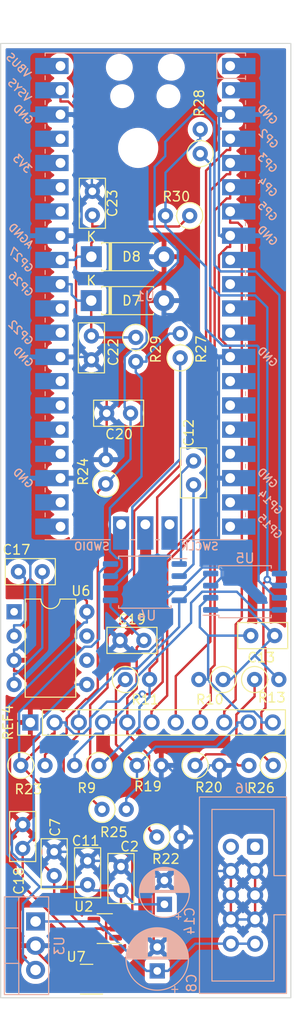
<source format=kicad_pcb>
(kicad_pcb (version 20211014) (generator pcbnew)
  (layers (0 "F.Cu" signal) (31 "B.Cu" signal) (34 "B.Paste" user) (35 "F.Paste" user) (36 "B.SilkS" user "B.Silkscreen") (37 "F.SilkS" user "F.Silkscreen") (38 "B.Mask" user) (39 "F.Mask" user) (44 "Edge.Cuts" user))
  (net 0 "")
  (net 1 "Net-(C12-Pad1)")
  (net 2 "Net-(C13-Pad1)")
  (net 3 "GND")
  (net 4 "GPIO2")
  (net 5 "GPIO3")
  (net 6 "GPIO4")
  (net 7 "GPIO5")
  (net 8 "-3V3")
  (net 9 "-5V")
  (net 10 "+3V3")
  (net 13 "SG_OUT")
  (net 14 "Net-(C20-Pad2)")
  (net 15 "Net-(C12-Pad2)")
  (net 16 "Net-(C13-Pad2)")
  (net 17 "Net-(R11-Pad1)")
  (net 18 "Net-(R13-Pad1)")
  (net 19 "Net-(C19-Pad2)")
  (net 20 "Net-(R25-Pad1)")
  (net 21 "Net-(R26-Pad1)")
  (net 22 "Net-(R27-Pad2)")
  (net 23 "Net-(R28-Pad2)")
  (net 24 "ADC0")
  (net 25 "ADC1")
  (net 26 "+12V")
  (net 27 "+5V")
  (net 30 "Net-(C17-Pad1)")
  (net 31 "Net-(C17-Pad2)")
  (footprint "Capacitor_THT:C_Disc_D5.0mm_W2.5mm_P2.50mm" (layer "F.Cu") (at 167.1 93.4 90)
    (fp_text reference "C22")
    (fp_text value "200p")
  )
  (footprint "Package_TO_SOT_SMD:SOT-23-5" (layer "F.Cu") (at 168.5 153 180)
    (fp_text reference "U2")
    (fp_text value "XC6201")
  )
  (footprint "MountingHole:MountingHole_3.2mm_M3" (layer "F.Cu") (at 172 71.2)
    (fp_text reference "REF2")
    (fp_text value "MountingHole_3.2mm_M3")
  )
  (footprint "Capacitor_THT:C_Disc_D5.0mm_W2.5mm_P2.50mm" (layer "F.Cu") (at 170.1 122.8)
    (fp_text reference "C19")
    (fp_text value "0.1uF")
  )
  (footprint "Capacitor_THT:C_Disc_D5.0mm_W2.5mm_P2.50mm" (layer "F.Cu") (at 170.2 149 90)
    (fp_text reference "C2")
    (fp_text value "10uF")
  )
  (footprint "Diode_THT:D_DO-41_SOD81_P7.62mm_Horizontal" (layer "F.Cu") (at 167.08 87.2)
    (fp_text reference "D7")
    (fp_text value "D_Schottky")
  )
  (footprint "Resistor_THT:R_Axial_DIN0207_L6.3mm_D2.5mm_P2.54mm_Vertical" (layer "F.Cu") (at 173.955 143.4)
    (fp_text reference "R22")
    (fp_text value "1k")
  )
  (footprint "Resistor_THT:R_Axial_DIN0207_L6.3mm_D2.5mm_P2.54mm_Vertical" (layer "F.Cu") (at 171.75 91.055 -90)
    (fp_text reference "R29")
    (fp_text value "2.7k")
  )
  (footprint "Resistor_THT:R_Axial_DIN0207_L6.3mm_D2.5mm_P2.54mm_Vertical" (layer "F.Cu") (at 178.5 71.8 90)
    (fp_text reference "R28")
    (fp_text value "220k")
  )
  (footprint "Connector_PinHeader_2.54mm:PinHeader_1x11_P2.54mm_Vertical" (layer "F.Cu") (at 160.7 131.4 90)
    (fp_text reference "REF4")
    (fp_text value "PinHeader_1x11_P2.54mm_Vertical")
  )
  (footprint "Capacitor_THT:C_Disc_D5.0mm_W2.5mm_P2.50mm" (layer "F.Cu") (at 177.8 106.5 90)
    (fp_text reference "C12")
    (fp_text value "200p")
  )
  (footprint "Capacitor_THT:C_Disc_D5.0mm_W2.5mm_P2.50mm" (layer "F.Cu") (at 183.8 122.3)
    (fp_text reference "C13")
    (fp_text value "200p")
  )
  (footprint "Resistor_THT:R_Axial_DIN0207_L6.3mm_D2.5mm_P2.54mm_Vertical" (layer "F.Cu") (at 180.9 126.9 180)
    (fp_text reference "R10")
    (fp_text value "100k")
  )
  (footprint "Capacitor_THT:C_Disc_D5.0mm_W2.5mm_P2.50mm" (layer "F.Cu") (at 168.7 99)
    (fp_text reference "C20")
    (fp_text value "0.1uF")
  )
  (footprint "Resistor_THT:R_Axial_DIN0207_L6.3mm_D2.5mm_P2.54mm_Vertical" (layer "F.Cu") (at 171.8775 135.9)
    (fp_text reference "R19")
    (fp_text value "220k")
  )
  (footprint "Capacitor_THT:C_Disc_D5.0mm_W2.5mm_P2.50mm" (layer "F.Cu") (at 159.9 144.6 90)
    (fp_text reference "C18")
    (fp_text value "10uF")
  )
  (footprint "Resistor_THT:R_Axial_DIN0207_L6.3mm_D2.5mm_P2.54mm_Vertical" (layer "F.Cu") (at 184.2 126.9)
    (fp_text reference "R13")
    (fp_text value "2.7k")
  )
  (footprint "Capacitor_THT:C_Disc_D5.0mm_W2.5mm_P2.50mm" (layer "F.Cu") (at 163.2 147.45 90)
    (fp_text reference "C7")
    (fp_text value "10uF")
  )
  (footprint "Capacitor_THT:C_Disc_D5.0mm_W2.5mm_P2.50mm" (layer "F.Cu") (at 167.2 75.75 -90)
    (fp_text reference "C23")
    (fp_text value "200p")
  )
  (footprint "Package_DIP:DIP-8_W7.62mm" (layer "F.Cu") (at 159 119.8)
    (fp_text reference "U6")
    (fp_text value "ICL7660")
  )
  (footprint "Package_TO_SOT_SMD:SOT-23" (layer "F.Cu") (at 166.6 158.3 180)
    (fp_text reference "U7")
    (fp_text value "XC6902")
  )
  (footprint "Capacitor_THT:C_Disc_D5.0mm_W2.5mm_P2.50mm" (layer "F.Cu") (at 166.7 148.4 90)
    (fp_text reference "C11")
    (fp_text value "10uF")
  )
  (footprint "Capacitor_THT:C_Disc_D5.0mm_W2.5mm_P2.50mm" (layer "F.Cu") (at 159.45 115.6)
    (fp_text reference "C17")
    (fp_text value "10uF")
  )
  (footprint "Resistor_THT:R_Axial_DIN0207_L6.3mm_D2.5mm_P2.54mm_Vertical" (layer "F.Cu") (at 168.6 106.4 90)
    (fp_text reference "R24")
    (fp_text value "1k")
  )
  (footprint "Diode_THT:D_DO-41_SOD81_P7.62mm_Horizontal" (layer "F.Cu") (at 167.09 82.6)
    (fp_text reference "D8")
    (fp_text value "D_Schottky")
  )
  (footprint "Resistor_THT:R_Axial_DIN0207_L6.3mm_D2.5mm_P2.54mm_Vertical" (layer "F.Cu") (at 176.4 93.2 90)
    (fp_text reference "R27")
    (fp_text value "220k")
  )
  (footprint "Resistor_THT:R_Axial_DIN0207_L6.3mm_D2.5mm_P2.54mm_Vertical" (layer "F.Cu") (at 170.655 126.9)
    (fp_text reference "R11")
    (fp_text value "2.7k")
  )
  (footprint "Resistor_THT:R_Axial_DIN0207_L6.3mm_D2.5mm_P2.54mm_Vertical" (layer "F.Cu") (at 159.7 135.9)
    (fp_text reference "R23")
    (fp_text value "15k")
  )
  (footprint "Resistor_THT:R_Axial_DIN0207_L6.3mm_D2.5mm_P2.54mm_Vertical" (layer "F.Cu") (at 177.4 78.3 180)
    (fp_text reference "R30")
    (fp_text value "2.7k")
  )
  (footprint "Resistor_THT:R_Axial_DIN0207_L6.3mm_D2.5mm_P2.54mm_Vertical" (layer "F.Cu") (at 177.9663 135.9)
    (fp_text reference "R20")
    (fp_text value "220k")
  )
  (footprint "Resistor_THT:R_Axial_DIN0207_L6.3mm_D2.5mm_P2.54mm_Vertical" (layer "F.Cu") (at 168.21 140.5)
    (fp_text reference "R25")
    (fp_text value "30k")
  )
  (footprint "Resistor_THT:R_Axial_DIN0207_L6.3mm_D2.5mm_P2.54mm_Vertical" (layer "F.Cu") (at 167.8788 135.9 180)
    (fp_text reference "R9")
    (fp_text value "100k")
  )
  (footprint "Resistor_THT:R_Axial_DIN0207_L6.3mm_D2.5mm_P2.54mm_Vertical" (layer "F.Cu") (at 186.145 135.9 180)
    (fp_text reference "R26")
    (fp_text value "30k")
  )
  (footprint "Capacitor_THT:CP_Radial_D5.0mm_P2.50mm" (layer "B.Cu") (at 174.75 150.4551 90)
    (fp_text reference "C14")
    (fp_text value "10uF")
  )
  (footprint "Capacitor_THT:CP_Radial_D6.3mm_P2.50mm" (layer "B.Cu") (at 174 157.4324 90)
    (fp_text reference "C8")
    (fp_text value "100uF")
  )
  (footprint "Package_SO:SOP-8_5.28x5.23mm_P1.27mm" (layer "B.Cu") (at 183.2 117.7)
    (fp_text reference "U5")
    (fp_text value "NJM2746M")
  )
  (footprint "Connector_IDC:IDC-Header_2x05_P2.54mm_Vertical" (layer "B.Cu") (at 184.2525 144.42 180)
    (fp_text reference "J6")
    (fp_text value "POWER")
  )
  (footprint "MCU_RaspberryPi_and_Boards:RPi_Pico_SMD_TH" (layer "B.Cu") (at 172.75 86.75 180)
    (fp_text reference "U1")
    (fp_text value "Pico")
  )
  (footprint "Package_SO:SOP-8_5.28x5.23mm_P1.27mm" (layer "B.Cu") (at 172.7 116.7 180)
    (fp_text reference "U4")
    (fp_text value "NJM2746M")
  )
  (footprint "Package_TO_SOT_THT:TO-220-3_Vertical" (layer "B.Cu") (at 161.25 152.25 -90)
    (fp_text reference "U3")
    (fp_text value "LM7805_TO220")
  )
  (gr_line (start 157.6 60.25) (end 157.6 160.25) (layer "Edge.Cuts") (width 0.1))
  (gr_line (start 188 60.25) (end 188 160.25) (layer "Edge.Cuts") (width 0.1))
  (gr_line (start 157.6 60.25) (end 188 60.25) (layer "Edge.Cuts") (width 0.1))
  (gr_line (start 157.6 160.25) (end 188 160.25) (layer "Edge.Cuts") (width 0.1))
  (segment (start 177.8 111.1614) (end 174.5696 114.3918) (width 0.25) (layer "F.Cu") (net 1))
  (segment (start 174.5696 127.1537) (end 173.2941 128.4292) (width 0.25) (layer "F.Cu") (net 1))
  (segment (start 172.4403 128.4292) (end 172.4403 128.4293) (width 0.25) (layer "F.Cu") (net 1))
  (segment (start 177.8 106.5) (end 177.8 111.1614) (width 0.25) (layer "F.Cu") (net 1))
  (segment (start 173.2941 128.4292) (end 172.4403 128.4292) (width 0.25) (layer "F.Cu") (net 1))
  (segment (start 174.5696 114.3918) (end 174.5696 127.1537) (width 0.25) (layer "F.Cu") (net 1))
  (via (at 172.4403 128.4293) (size 0.8) (drill 0.4) (layers "F.Cu" "B.Cu") (net 1))
  (segment (start 176.5533 116.065) (end 176.3 116.065) (width 0.25) (layer "B.Cu") (net 1))
  (segment (start 169.4951 131.4) (end 169.4951 131.0331) (width 0.25) (layer "B.Cu") (net 1))
  (segment (start 172.0989 128.4293) (end 172.4403 128.4293) (width 0.25) (layer "B.Cu") (net 1))
  (segment (start 168.32 131.4) (end 168.32 132.5751) (width 0.25) (layer "B.Cu") (net 1))
  (segment (start 165.3388 135.9) (end 165.3388 134.7749) (width 0.25) (layer "B.Cu") (net 1))
  (segment (start 169.4951 131.0331) (end 172.0989 128.4293) (width 0.25) (layer "B.Cu") (net 1))
  (segment (start 177.8 114.8183) (end 176.5533 116.065) (width 0.25) (layer "B.Cu") (net 1))
  (segment (start 168.32 131.4) (end 169.4951 131.4) (width 0.25) (layer "B.Cu") (net 1))
  (segment (start 168.32 132.5751) (end 167.5386 132.5751) (width 0.25) (layer "B.Cu") (net 1))
  (segment (start 177.8 106.5) (end 177.8 114.8183) (width 0.25) (layer "B.Cu") (net 1))
  (segment (start 167.5386 132.5751) (end 165.3388 134.7749) (width 0.25) (layer "B.Cu") (net 1))
  (segment (start 178.4595 119.2413) (end 178.4595 121.4294) (width 0.25) (layer "B.Cu") (net 2))
  (segment (start 184.9249 131.4) (end 184.9249 131.0327) (width 0.25) (layer "B.Cu") (net 2))
  (segment (start 179.3658 118.335) (end 178.4595 119.2413) (width 0.25) (layer "B.Cu") (net 2))
  (segment (start 184.9249 131.0327) (end 184.1171 130.2249) (width 0.25) (layer "B.Cu") (net 2))
  (segment (start 182.5768 130.2249) (end 179.4851 127.1332) (width 0.25) (layer "B.Cu") (net 2))
  (segment (start 179.3301 122.3) (end 179.3301 126.9) (width 0.25) (layer "B.Cu") (net 2))
  (segment (start 179.3301 126.9) (end 179.4851 126.9) (width 0.25) (layer "B.Cu") (net 2))
  (segment (start 179.6 118.335) (end 179.3658 118.335) (width 0.25) (layer "B.Cu") (net 2))
  (segment (start 178.36 126.9) (end 179.3301 126.9) (width 0.25) (layer "B.Cu") (net 2))
  (segment (start 186.1 131.4) (end 184.9249 131.4) (width 0.25) (layer "B.Cu") (net 2))
  (segment (start 179.3301 122.3) (end 183.8 122.3) (width 0.25) (layer "B.Cu") (net 2))
  (segment (start 178.4595 121.4294) (end 179.3301 122.3) (width 0.25) (layer "B.Cu") (net 2))
  (segment (start 179.4851 127.1332) (end 179.4851 126.9) (width 0.25) (layer "B.Cu") (net 2))
  (segment (start 184.1171 130.2249) (end 182.5768 130.2249) (width 0.25) (layer "B.Cu") (net 2))
  (segment (start 174.75 147.9551) (end 173.6248 149.0803) (width 0.25) (layer "F.Cu") (net 3))
  (segment (start 160.7 127.4238) (end 160.7 131.4) (width 0.25) (layer "F.Cu") (net 3))
  (segment (start 158.5709 140.7709) (end 158.5709 134.7042) (width 0.25) (layer "F.Cu") (net 3))
  (segment (start 161.25 155.298) (end 164.9008 158.9488) (width 0.25) (layer "F.Cu") (net 3))
  (segment (start 168.6 102.7349) (end 168.7 102.6349) (width 0.25) (layer "F.Cu") (net 3))
  (segment (start 160.7 131.4) (end 160.7 132.5751) (width 0.25) (layer "F.Cu") (net 3))
  (segment (start 184.2525 149.5) (end 184.2525 146.96) (width 0.25) (layer "F.Cu") (net 3))
  (segment (start 159 124.88) (end 159 126.0051) (width 0.25) (layer "F.Cu") (net 3))
  (segment (start 173.6248 149.0803) (end 173.6248 154.5572) (width 0.25) (layer "F.Cu") (net 3))
  (segment (start 174.71 82.6) (end 174.71 84.0251) (width 0.25) (layer "F.Cu") (net 3))
  (segment (start 161.25 154.79) (end 161.25 155.298) (width 0.25) (layer "F.Cu") (net 3))
  (segment (start 158.5709 134.7042) (end 160.7 132.5751) (width 0.25) (layer "F.Cu") (net 3))
  (segment (start 168.6422 153) (end 168.6422 148.0578) (width 0.25) (layer "F.Cu") (net 3))
  (segment (start 180.4649 82.4491) (end 181.3389 81.5751) (width 0.25) (layer "F.Cu") (net 3))
  (segment (start 168.7 95) (end 167.1 93.4) (width 0.25) (layer "F.Cu") (net 3))
  (segment (start 173.2749 87.2251) (end 173.2749 87.2) (width 0.25) (layer "F.Cu") (net 3))
  (segment (start 168.6422 156.2453) (end 168.6422 153) (width 0.25) (layer "F.Cu") (net 3))
  (segment (start 184.2525 152.04) (end 184.2525 149.5) (width 0.25) (layer "F.Cu") (net 3))
  (segment (start 159.9 142.1) (end 158.5709 140.7709) (width 0.25) (layer "F.Cu") (net 3))
  (segment (start 159 126.0051) (end 159.2813 126.0051) (width 0.25) (layer "F.Cu") (net 3))
  (segment (start 181.3389 81.5751) (end 181.64 81.5751) (width 0.25) (layer "F.Cu") (net 3))
  (segment (start 168.7 99) (end 168.7 95) (width 0.25) (layer "F.Cu") (net 3))
  (segment (start 181.64 93.1) (end 181.64 91.9249) (width 0.25) (layer "F.Cu") (net 3))
  (segment (start 174.71 84.0251) (end 174.7 84.0351) (width 0.25) (layer "F.Cu") (net 3))
  (segment (start 168.6 103.86) (end 168.6 102.7349) (width 0.25) (layer "F.Cu") (net 3))
  (segment (start 167.5375 157.35) (end 168.6422 156.2453) (width 0.25) (layer "F.Cu") (net 3))
  (segment (start 168.6422 153) (end 169.6375 153) (width 0.25) (layer "F.Cu") (net 3))
  (segment (start 173.6248 154.5572) (end 174 154.9324) (width 0.25) (layer "F.Cu") (net 3))
  (segment (start 168.7 102.6349) (end 168.7 99) (width 0.25) (layer "F.Cu") (net 3))
  (segment (start 167.5375 157.8375) (end 167.5375 157.35) (width 0.25) (layer "F.Cu") (net 3))
  (segment (start 181.7125 149.5) (end 181.7125 146.96) (width 0.25) (layer "F.Cu") (net 3))
  (segment (start 181.64 91.9249) (end 181.3131 91.9249) (width 0.25) (layer "F.Cu") (net 3))
  (segment (start 181.7125 152.04) (end 181.7125 149.5) (width 0.25) (layer "F.Cu") (net 3))
  (segment (start 174.7 87.2) (end 173.2749 87.2) (width 0.25) (layer "F.Cu") (net 3))
  (segment (start 181.64 80.4) (end 181.64 81.5751) (width 0.25) (layer "F.Cu") (net 3))
  (segment (start 180.4649 91.0767) (end 180.4649 82.4491) (width 0.25) (layer "F.Cu") (net 3))
  (segment (start 159.2813 126.0051) (end 160.7 127.4238) (width 0.25) (layer "F.Cu") (net 3))
  (segment (start 167.1 93.4) (end 173.2749 87.2251) (width 0.25) (layer "F.Cu") (net 3))
  (segment (start 174.7 84.0351) (end 174.7 87.2) (width 0.25) (layer "F.Cu") (net 3))
  (segment (start 168.6422 148.0578) (end 170.2 146.5) (width 0.25) (layer "F.Cu") (net 3))
  (segment (start 181.3131 91.9249) (end 180.4649 91.0767) (width 0.25) (layer "F.Cu") (net 3))
  (segment (start 164.9008 158.9488) (end 166.4262 158.9488) (width 0.25) (layer "F.Cu") (net 3))
  (segment (start 166.4262 158.9488) (end 167.5375 157.8375) (width 0.25) (layer "F.Cu") (net 3))
  (segment (start 170.2 146.5) (end 171.2526 147.5526) (width 0.25) (layer "B.Cu") (net 3))
  (segment (start 181.64 80.4) (end 180.4649 80.4) (width 0.25) (layer "B.Cu") (net 3))
  (segment (start 163.2 144.95) (end 165.75 144.95) (width 0.25) (layer "B.Cu") (net 3))
  (segment (start 180.7501 116.196) (end 180.7501 115.447) (width 0.25) (layer "B.Cu") (net 3))
  (segment (start 174.75 147.9551) (end 174.75 147.5526) (width 0.25) (layer "B.Cu") (net 3))
  (segment (start 180.4649 105.8) (end 180.4641 105.8008) (width 0.25) (layer "B.Cu") (net 3))
  (segment (start 163.86 67.7) (end 165.0351 67.7) (width 0.25) (layer "B.Cu") (net 3))
  (segment (start 166.7 145.9) (end 169.6 145.9) (width 0.25) (layer "B.Cu") (net 3))
  (segment (start 180.7501 115.447) (end 180.4641 115.161) (width 0.25) (layer "B.Cu") (net 3))
  (segment (start 159 123.7549) (end 159.2813 123.7549) (width 0.25) (layer "B.Cu") (net 3))
  (segment (start 184.2525 152.04) (end 181.7125 152.04) (width 0.25) (layer "B.Cu") (net 3))
  (segment (start 171.2386 123.9386) (end 170.1 122.8) (width 0.25) (layer "B.Cu") (net 3))
  (segment (start 165.5349 105.8) (end 167.4749 103.86) (width 0.25) (layer "B.Cu") (net 3))
  (segment (start 174.7 87.2) (end 174.7 88.6251) (width 0.25) (layer "B.Cu") (net 3))
  (segment (start 176.3 117.335) (end 176.0363 117.335) (width 0.25) (layer "B.Cu") (net 3))
  (segment (start 159.2813 123.7549) (end 160.7 122.3362) (width 0.25) (layer "B.Cu") (net 3))
  (segment (start 176.0363 117.335) (end 174.5476 118.8237) (width 0.25) (layer "B.Cu") (net 3))
  (segment (start 173.1148 123.9386) (end 171.2386 123.9386) (width 0.25) (layer "B.Cu") (net 3))
  (segment (start 179.6 117.065) (end 179.8811 117.065) (width 0.25) (layer "B.Cu") (net 3))
  (segment (start 167.1476 75.75) (end 167.2 75.75) (width 0.25) (layer "B.Cu") (net 3))
  (segment (start 168.6 103.86) (end 167.4749 103.86) (width 0.25) (layer "B.Cu") (net 3))
  (segment (start 180.4649 93.1) (end 180.4649 105.8) (width 0.25) (layer "B.Cu") (net 3))
  (segment (start 180.4641 115.161) (end 178.7076 115.161) (width 0.25) (layer "B.Cu") (net 3))
  (segment (start 176.495 142.2749) (end 176.495 139.0216) (width 0.25) (layer "B.Cu") (net 3))
  (segment (start 176.5336 117.335) (end 176.3 117.335) (width 0.25) (layer "B.Cu") (net 3))
  (segment (start 180.4649 93.1) (end 175.99 88.6251) (width 0.25) (layer "B.Cu") (net 3))
  (segment (start 163.86 105.8) (end 165.0351 105.8) (width 0.25) (layer "B.Cu") (net 3))
  (segment (start 179.3812 136.1354) (end 179.3812 135.9) (width 0.25) (layer "B.Cu") (net 3))
  (segment (start 180.4641 105.8008) (end 180.4641 115.161) (width 0.25) (layer "B.Cu") (net 3))
  (segment (start 180.5775 93.1) (end 180.4649 93.1) (width 0.25) (layer "B.Cu") (net 3))
  (segment (start 166.0691 80.4) (end 166.0691 76.8285) (width 0.25) (layer "B.Cu") (net 3))
  (segment (start 163.86 80.4) (end 166.0691 80.4) (width 0.25) (layer "B.Cu") (net 3))
  (segment (start 163.86 105.8) (end 160.8849 105.8) (width 0.25) (layer "B.Cu") (net 3))
  (segment (start 174.9801 135.9) (end 177.2984 138.2182) (width 0.25) (layer "B.Cu") (net 3))
  (segment (start 174.5476 122.5058) (end 173.1148 123.9386) (width 0.25) (layer "B.Cu") (net 3))
  (segment (start 174.71 82.6) (end 173.2849 82.6) (width 0.25) (layer "B.Cu") (net 3))
  (segment (start 174.5476 118.8237) (end 174.5476 122.5058) (width 0.25) (layer "B.Cu") (net 3))
  (segment (start 174.4175 135.9) (end 174.9801 135.9) (width 0.25) (layer "B.Cu") (net 3))
  (segment (start 171.2526 147.5526) (end 174.75 147.5526) (width 0.25) (layer "B.Cu") (net 3))
  (segment (start 180.5063 135.9) (end 179.3812 135.9) (width 0.25) (layer "B.Cu") (net 3))
  (segment (start 176.495 139.0216) (end 177.2984 138.2182) (width 0.25) (layer "B.Cu") (net 3))
  (segment (start 158.7716 143.2284) (end 158.7716 145.0631) (width 0.25) (layer "B.Cu") (net 3))
  (segment (start 177.2984 138.2182) (end 179.3812 136.1354) (width 0.25) (layer "B.Cu") (net 3))
  (segment (start 159 124.88) (end 159 123.7549) (width 0.25) (layer "B.Cu") (net 3))
  (segment (start 181.64 93.1) (end 180.5775 93.1) (width 0.25) (layer "B.Cu") (net 3))
  (segment (start 166.8 93.1) (end 167.1 93.4) (width 0.25) (layer "B.Cu") (net 3))
  (segment (start 171.0849 80.4) (end 166.0691 80.4) (width 0.25) (layer "B.Cu") (net 3))
  (segment (start 179.8811 117.065) (end 180.7501 116.196) (width 0.25) (layer "B.Cu") (net 3))
  (segment (start 176.495 145.8076) (end 176.495 143.4) (width 0.25) (layer "B.Cu") (net 3))
  (segment (start 176.495 143.4) (end 176.495 142.2749) (width 0.25) (layer "B.Cu") (net 3))
  (segment (start 174.75 147.5526) (end 176.495 145.8076) (width 0.25) (layer "B.Cu") (net 3))
  (segment (start 181.64 67.7) (end 180.5606 67.7) (width 0.25) (layer "B.Cu") (net 3))
  (segment (start 167.1476 75.75) (end 167.1476 69.8125) (width 0.25) (layer "B.Cu") (net 3))
  (segment (start 173.2849 82.6) (end 171.0849 80.4) (width 0.25) (layer "B.Cu") (net 3))
  (segment (start 180.4649 80.4) (end 180.4649 67.7957) (width 0.25) (layer "B.Cu") (net 3))
  (segment (start 169.6 145.9) (end 170.2 146.5) (width 0.25) (layer "B.Cu") (net 3))
  (segment (start 160.7 122.3362) (end 160.7 105.9849) (width 0.25) (layer "B.Cu") (net 3))
  (segment (start 175.99 88.6251) (end 174.7 88.6251) (width 0.25) (layer "B.Cu") (net 3))
  (segment (start 166.0691 76.8285) (end 167.1476 75.75) (width 0.25) (layer "B.Cu") (net 3))
  (segment (start 167.1476 69.8125) (end 165.0351 67.7) (width 0.25) (layer "B.Cu") (net 3))
  (segment (start 165.75 144.95) (end 166.7 145.9) (width 0.25) (layer "B.Cu") (net 3))
  (segment (start 178.7076 115.161) (end 176.5336 117.335) (width 0.25) (layer "B.Cu") (net 3))
  (segment (start 163.86 93.1) (end 166.8 93.1) (width 0.25) (layer "B.Cu") (net 3))
  (segment (start 181.64 105.8) (end 180.4649 105.8) (width 0.25) (layer "B.Cu") (net 3))
  (segment (start 160.7 105.9849) (end 160.8849 105.8) (width 0.25) (layer "B.Cu") (net 3))
  (segment (start 159.4596 145.7511) (end 162.3989 145.7511) (width 0.25) (layer "B.Cu") (net 3))
  (segment (start 177.6474 146.96) (end 176.495 145.8076) (width 0.25) (layer "B.Cu") (net 3))
  (segment (start 165.0351 105.8) (end 165.5349 105.8) (width 0.25) (layer "B.Cu") (net 3))
  (segment (start 158.7716 145.0631) (end 159.4596 145.7511) (width 0.25) (layer "B.Cu") (net 3))
  (segment (start 159.9 142.1) (end 158.7716 143.2284) (width 0.25) (layer "B.Cu") (net 3))
  (segment (start 180.4649 67.7957) (end 180.5606 67.7) (width 0.25) (layer "B.Cu") (net 3))
  (segment (start 162.3989 145.7511) (end 163.2 144.95) (width 0.25) (layer "B.Cu") (net 3))
  (segment (start 181.7125 146.96) (end 177.6474 146.96) (width 0.25) (layer "B.Cu") (net 3))
  (segment (start 179.1145 110.4836) (end 175.0399 114.5582) (width 0.25) (layer "F.Cu") (net 4))
  (segment (start 181.64 70.24) (end 181.64 71.4151) (width 0.25) (layer "F.Cu") (net 4))
  (segment (start 175.0399 114.5582) (end 175.0399 128.585) (width 0.25) (layer "F.Cu") (net 4))
  (segment (start 181.64 71.4151) (end 181.2763 71.4151) (width 0.25) (layer "F.Cu") (net 4))
  (segment (start 175.0399 128.585) (end 173.4 130.2249) (width 0.25) (layer "F.Cu") (net 4))
  (segment (start 173.4 131.4) (end 173.4 130.2249) (width 0.25) (layer "F.Cu") (net 4))
  (segment (start 181.2763 71.4151) (end 179.1145 73.5769) (width 0.25) (layer "F.Cu") (net 4))
  (segment (start 179.1145 73.5769) (end 179.1145 110.4836) (width 0.25) (layer "F.Cu") (net 4))
  (segment (start 181.2747 73.9551) (end 181.64 73.9551) (width 0.25) (layer "F.Cu") (net 5))
  (segment (start 175.94 126.5483) (end 179.5647 122.9236) (width 0.25) (layer "F.Cu") (net 5))
  (segment (start 179.5647 122.9236) (end 179.5647 75.6651) (width 0.25) (layer "F.Cu") (net 5))
  (segment (start 175.94 131.4) (end 175.94 126.5483) (width 0.25) (layer "F.Cu") (net 5))
  (segment (start 179.5647 75.6651) (end 181.2747 73.9551) (width 0.25) (layer "F.Cu") (net 5))
  (segment (start 181.64 72.78) (end 181.64 73.9551) (width 0.25) (layer "F.Cu") (net 5))
  (segment (start 180.0148 125.39) (end 179.6048 125.8) (width 0.25) (layer "F.Cu") (net 6))
  (segment (start 179.6048 125.8) (end 179.6048 129.1001) (width 0.25) (layer "F.Cu") (net 6))
  (segment (start 181.64 76.4951) (end 181.2747 76.4951) (width 0.25) (layer "F.Cu") (net 6))
  (segment (start 179.6048 129.1001) (end 178.48 130.2249) (width 0.25) (layer "F.Cu") (net 6))
  (segment (start 180.0148 77.755) (end 180.0148 125.39) (width 0.25) (layer "F.Cu") (net 6))
  (segment (start 178.48 131.4) (end 178.48 130.2249) (width 0.25) (layer "F.Cu") (net 6))
  (segment (start 181.2747 76.4951) (end 180.0148 77.755) (width 0.25) (layer "F.Cu") (net 6))
  (segment (start 181.64 75.32) (end 181.64 76.4951) (width 0.25) (layer "F.Cu") (net 6))
  (segment (start 182.8597 79.4469) (end 182.8597 120.4853) (width 0.25) (layer "F.Cu") (net 7))
  (segment (start 182.8597 120.4853) (end 182.216 121.129) (width 0.25) (layer "F.Cu") (net 7))
  (segment (start 181.02 131.4) (end 181.02 130.2249) (width 0.25) (layer "F.Cu") (net 7))
  (segment (start 181.64 77.86) (end 181.64 79.0351) (width 0.25) (layer "F.Cu") (net 7))
  (segment (start 182.4479 79.0351) (end 182.8597 79.4469) (width 0.25) (layer "F.Cu") (net 7))
  (segment (start 182.216 129.0289) (end 181.02 130.2249) (width 0.25) (layer "F.Cu") (net 7))
  (segment (start 182.216 121.129) (end 182.216 129.0289) (width 0.25) (layer "F.Cu") (net 7))
  (segment (start 181.64 79.0351) (end 182.4479 79.0351) (width 0.25) (layer "F.Cu") (net 7))
  (segment (start 171.385 155.4025) (end 167.5375 159.25) (width 0.25) (layer "F.Cu") (net 8))
  (segment (start 165.78 131.4) (end 165.78 132.6443) (width 0.25) (layer "F.Cu") (net 8))
  (segment (start 164.1931 134.2312) (end 164.1931 138.6352) (width 0.25) (layer "F.Cu") (net 8))
  (segment (start 164.1931 138.6352) (end 171.385 145.8271) (width 0.25) (layer "F.Cu") (net 8))
  (segment (start 171.385 145.8271) (end 171.385 155.4025) (width 0.25) (layer "F.Cu") (net 8))
  (segment (start 165.78 132.6443) (end 164.1931 134.2312) (width 0.25) (layer "F.Cu") (net 8))
  (segment (start 179.3823 115.795) (end 179.6 115.795) (width 0.25) (layer "B.Cu") (net 8))
  (segment (start 165.78 130.1511) (end 170.1853 125.7458) (width 0.25) (layer "B.Cu") (net 8))
  (segment (start 170.1853 125.7458) (end 171.9443 125.7458) (width 0.25) (layer "B.Cu") (net 8))
  (segment (start 176.5723 118.605) (end 179.3823 115.795) (width 0.25) (layer "B.Cu") (net 8))
  (segment (start 165.78 131.4) (end 165.78 130.1511) (width 0.25) (layer "B.Cu") (net 8))
  (segment (start 176.3 118.605) (end 176.5723 118.605) (width 0.25) (layer "B.Cu") (net 8))
  (segment (start 176.3 121.3901) (end 176.3 118.605) (width 0.25) (layer "B.Cu") (net 8))
  (segment (start 171.9443 125.7458) (end 176.3 121.3901) (width 0.25) (layer "B.Cu") (net 8))
  (segment (start 165.6625 154.2463) (end 159.9 148.4838) (width 0.25) (layer "F.Cu") (net 9))
  (segment (start 159.9 148.4838) (end 159.9 144.6) (width 0.25) (layer "F.Cu") (net 9))
  (segment (start 165.6625 158.3) (end 165.6625 154.2463) (width 0.25) (layer "F.Cu") (net 9))
  (segment (start 166.62 127.42) (end 165.4949 127.42) (width 0.25) (layer "B.Cu") (net 9))
  (segment (start 161.8751 132.3846) (end 161.8751 131.0398) (width 0.25) (layer "B.Cu") (net 9))
  (segment (start 159.9 144.6) (end 161.0423 143.4577) (width 0.25) (layer "B.Cu") (net 9))
  (segment (start 161.0423 143.4577) (end 161.0423 133.2173) (width 0.25) (layer "B.Cu") (net 9))
  (segment (start 161.0424 133.2173) (end 161.8751 132.3846) (width 0.25) (layer "B.Cu") (net 9))
  (segment (start 161.0423 133.2173) (end 161.0424 133.2173) (width 0.25) (layer "B.Cu") (net 9))
  (segment (start 161.8751 131.0398) (end 165.4949 127.42) (width 0.25) (layer "B.Cu") (net 9))
  (segment (start 161.8252 146.0752) (end 163.2 147.45) (width 0.25) (layer "F.Cu") (net 10))
  (segment (start 161.8252 138.0252) (end 161.8252 146.0752) (width 0.25) (layer "F.Cu") (net 10))
  (segment (start 163.24 131.4) (end 163.24 132.5751) (width 0.25) (layer "F.Cu") (net 10))
  (segment (start 163.2 149.7875) (end 163.2 147.45) (width 0.25) (layer "F.Cu") (net 10))
  (segment (start 159.7 135.9) (end 163.0249 132.5751) (width 0.25) (layer "F.Cu") (net 10))
  (segment (start 163.0249 132.5751) (end 163.24 132.5751) (width 0.25) (layer "F.Cu") (net 10))
  (segment (start 167.3625 153.95) (end 163.2 149.7875) (width 0.25) (layer "F.Cu") (net 10))
  (segment (start 159.7 135.9) (end 161.8252 138.0252) (width 0.25) (layer "F.Cu") (net 10))
  (segment (start 171.925 127.2435) (end 169.9472 129.2213) (width 0.25) (layer "B.Cu") (net 10))
  (segment (start 168.7329 129.2213) (end 166.9968 130.9574) (width 0.25) (layer "B.Cu") (net 10))
  (segment (start 167.9019 122.6509) (end 167.9019 115.7211) (width 0.25) (layer "B.Cu") (net 10))
  (segment (start 184.2417 119.605) (end 182.3367 117.7) (width 0.25) (layer "B.Cu") (net 10))
  (segment (start 163.24 131.4) (end 164.4044 131.4) (width 0.25) (layer "B.Cu") (net 10))
  (segment (start 166.9968 130.9574) (end 166.9968 131.8509) (width 0.25) (layer "B.Cu") (net 10))
  (segment (start 171.925 126.5788) (end 171.925 127.2435) (width 0.25) (layer "B.Cu") (net 10))
  (segment (start 166.3733 123.4652) (end 167.0876 123.4652) (width 0.25) (layer "B.Cu") (net 10))
  (segment (start 166.9968 131.8509) (end 166.2286 132.6191) (width 0.25) (layer "B.Cu") (net 10))
  (segment (start 186.8 119.605) (end 184.2417 119.605) (width 0.25) (layer "B.Cu") (net 10))
  (segment (start 159.5237 130.3148) (end 166.3733 123.4652) (width 0.25) (layer "B.Cu") (net 10))
  (segment (start 167.9019 115.7211) (end 168.828 114.795) (width 0.25) (layer "B.Cu") (net 10))
  (segment (start 168.828 114.795) (end 169.1 114.795) (width 0.25) (layer "B.Cu") (net 10))
  (segment (start 169.9472 129.2213) (end 168.7329 129.2213) (width 0.25) (layer "B.Cu") (net 10))
  (segment (start 165.3092 132.6191) (end 164.4044 131.7143) (width 0.25) (layer "B.Cu") (net 10))
  (segment (start 178.7086 117.7) (end 177.5442 118.8644) (width 0.25) (layer "B.Cu") (net 10))
  (segment (start 166.2286 132.6191) (end 165.3092 132.6191) (width 0.25) (layer "B.Cu") (net 10))
  (segment (start 159.5237 135.7237) (end 159.5237 130.3148) (width 0.25) (layer "B.Cu") (net 10))
  (segment (start 159.7 135.9) (end 159.5237 135.7237) (width 0.25) (layer "B.Cu") (net 10))
  (segment (start 177.5442 120.9596) (end 171.925 126.5788) (width 0.25) (layer "B.Cu") (net 10))
  (segment (start 182.3367 117.7) (end 178.7086 117.7) (width 0.25) (layer "B.Cu") (net 10))
  (segment (start 177.5442 118.8644) (end 177.5442 120.9596) (width 0.25) (layer "B.Cu") (net 10))
  (segment (start 167.0876 123.4652) (end 167.9019 122.6509) (width 0.25) (layer "B.Cu") (net 10))
  (segment (start 164.4044 131.7143) (end 164.4044 131.4) (width 0.25) (layer "B.Cu") (net 10))
  (segment (start 166.5285 128.9498) (end 166.6966 128.9498) (width 0.25) (layer "F.Cu") (net 14))
  (segment (start 162.24 135.9) (end 162.24 134.7749) (width 0.25) (layer "F.Cu") (net 14))
  (segment (start 164.51 130.9683) (end 166.5285 128.9498) (width 0.25) (layer "F.Cu") (net 14))
  (segment (start 167.7691 107.2309) (end 168.6 106.4) (width 0.25) (layer "F.Cu") (net 14))
  (segment (start 162.24 134.7749) (end 164.51 132.5049) (width 0.25) (layer "F.Cu") (net 14))
  (segment (start 164.51 132.5049) (end 164.51 130.9683) (width 0.25) (layer "F.Cu") (net 14))
  (segment (start 167.7691 127.8773) (end 167.7691 107.2309) (width 0.25) (layer "F.Cu") (net 14))
  (segment (start 166.6966 128.9498) (end 167.7691 127.8773) (width 0.25) (layer "F.Cu") (net 14))
  (segment (start 180.6491 84.1423) (end 179.9908 83.484) (width 0.25) (layer "B.Cu") (net 14))
  (segment (start 170.5862 98.3862) (end 171.2 99) (width 0.25) (layer "B.Cu") (net 14))
  (segment (start 176.1584 83.1841) (end 172.8923 86.4502) (width 0.25) (layer "B.Cu") (net 14))
  (segment (start 186.8 86.6314) (end 184.3109 84.1423) (width 0.25) (layer "B.Cu") (net 14))
  (segment (start 176.1584 81.9711) (end 176.1584 83.1841) (width 0.25) (layer "B.Cu") (net 14))
  (segment (start 178.45 66.95) (end 174.840503 70.559497) (width 0.25) (layer "B.Cu") (net 14))
  (segment (start 172.1086 92.325) (end 171.3734 92.325) (width 0.25) (layer "B.Cu") (net 14))
  (segment (start 173.725 79.5377) (end 176.1584 81.9711) (width 0.25) (layer "B.Cu") (net 14))
  (segment (start 170.5862 93.1122) (end 170.5862 98.3862) (width 0.25) (layer "B.Cu") (net 14))
  (segment (start 174.840503 70.559497) (end 174.840503 72.059498) (width 0.25) (layer "B.Cu") (net 14))
  (segment (start 186.8 115.795) (end 186.8 86.6314) (width 0.25) (layer "B.Cu") (net 14))
  (segment (start 179.9908 68.4908) (end 178.45 66.95) (width 0.25) (layer "B.Cu") (net 14))
  (segment (start 172.8923 86.4502) (end 172.8923 91.5413) (width 0.25) (layer "B.Cu") (net 14))
  (segment (start 171.2 99) (end 171.2 103.8) (width 0.25) (layer "B.Cu") (net 14))
  (segment (start 171.3734 92.325) (end 170.5862 93.1122) (width 0.25) (layer "B.Cu") (net 14))
  (segment (start 172.8923 91.5413) (end 172.1086 92.325) (width 0.25) (layer "B.Cu") (net 14))
  (segment (start 173.725 73.175001) (end 173.725 79.5377) (width 0.25) (layer "B.Cu") (net 14))
  (segment (start 171.2 103.8) (end 168.6 106.4) (width 0.25) (layer "B.Cu") (net 14))
  (segment (start 184.3109 84.1423) (end 180.6491 84.1423) (width 0.25) (layer "B.Cu") (net 14))
  (segment (start 179.9908 83.484) (end 179.9908 68.4908) (width 0.25) (layer "B.Cu") (net 14))
  (segment (start 174.840503 72.059498) (end 173.725 73.175001) (width 0.25) (layer "B.Cu") (net 14))
  (segment (start 173.195 126.9) (end 173.195 125.7749) (width 0.25) (layer "F.Cu") (net 15))
  (segment (start 173.9906 107.8094) (end 173.9906 124.9793) (width 0.25) (layer "F.Cu") (net 15))
  (segment (start 177.8 104) (end 173.9906 107.8094) (width 0.25) (layer "F.Cu") (net 15))
  (segment (start 173.9906 124.9793) (end 173.195 125.7749) (width 0.25) (layer "F.Cu") (net 15))
  (segment (start 168.0854 135.9) (end 167.8788 135.9) (width 0.25) (layer "B.Cu") (net 15))
  (segment (start 173.195 126.9) (end 173.195 128.0251) (width 0.25) (layer "B.Cu") (net 15))
  (segment (start 173.195 128.0251) (end 173.195 128.7192) (width 0.25) (layer "B.Cu") (net 15))
  (segment (start 173.195 128.7192) (end 172.13 129.7842) (width 0.25) (layer "B.Cu") (net 15))
  (segment (start 172.13 129.7842) (end 172.13 131.8554) (width 0.25) (layer "B.Cu") (net 15))
  (segment (start 177.8 104) (end 176.4874 105.3126) (width 0.25) (layer "B.Cu") (net 15))
  (segment (start 172.13 131.8554) (end 168.0854 135.9) (width 0.25) (layer "B.Cu") (net 15))
  (segment (start 176.4874 105.3126) (end 176.4874 114.6076) (width 0.25) (layer "B.Cu") (net 15))
  (segment (start 176.4874 114.6076) (end 176.3 114.795) (width 0.25) (layer "B.Cu") (net 15))
  (segment (start 184.22 124.38) (end 186.74 126.9) (width 0.25) (layer "B.Cu") (net 16))
  (segment (start 186.3 122.3) (end 184.22 124.38) (width 0.25) (layer "B.Cu") (net 16))
  (segment (start 181.7 126.9) (end 180.9 126.9) (width 0.25) (layer "B.Cu") (net 16))
  (segment (start 184.22 124.38) (end 181.7 126.9) (width 0.25) (layer "B.Cu") (net 16))
  (segment (start 179.6 119.605) (end 183.605 119.605) (width 0.25) (layer "B.Cu") (net 16))
  (segment (start 183.605 119.605) (end 186.3 122.3) (width 0.25) (layer "B.Cu") (net 16))
  (segment (start 171.8775 135.9) (end 169.6742 133.6967) (width 0.25) (layer "F.Cu") (net 17))
  (segment (start 169.6742 127.8808) (end 170.655 126.9) (width 0.25) (layer "F.Cu") (net 17))
  (segment (start 169.6742 133.6967) (end 169.6742 127.8808) (width 0.25) (layer "F.Cu") (net 17))
  (segment (start 182.3849 131.7652) (end 182.3849 131.4) (width 0.25) (layer "B.Cu") (net 17))
  (segment (start 183.56 131.4) (end 182.3849 131.4) (width 0.25) (layer "B.Cu") (net 17))
  (segment (start 180.2115 133.9386) (end 182.3849 131.7652) (width 0.25) (layer "B.Cu") (net 17))
  (segment (start 170.75 139.3749) (end 171.8775 138.2474) (width 0.25) (layer "B.Cu") (net 17))
  (segment (start 171.8775 135.9) (end 173.8389 133.9386) (width 0.25) (layer "B.Cu") (net 17))
  (segment (start 170.75 140.5) (end 170.75 139.3749) (width 0.25) (layer "B.Cu") (net 17))
  (segment (start 171.8775 138.2474) (end 171.8775 135.9) (width 0.25) (layer "B.Cu") (net 17))
  (segment (start 173.8389 133.9386) (end 180.2115 133.9386) (width 0.25) (layer "B.Cu") (net 17))
  (segment (start 182.29 130.5764) (end 182.29 133.7607) (width 0.25) (layer "F.Cu") (net 18))
  (segment (start 181.3153 134.7354) (end 182.4799 135.9) (width 0.25) (layer "F.Cu") (net 18))
  (segment (start 182.29 133.7607) (end 181.3153 134.7354) (width 0.25) (layer "F.Cu") (net 18))
  (segment (start 183.605 135.9) (end 182.4799 135.9) (width 0.25) (layer "F.Cu") (net 18))
  (segment (start 184.2 128.6664) (end 182.29 130.5764) (width 0.25) (layer "F.Cu") (net 18))
  (segment (start 177.9663 135.9) (end 179.1309 134.7354) (width 0.25) (layer "F.Cu") (net 18))
  (segment (start 179.1309 134.7354) (end 181.3153 134.7354) (width 0.25) (layer "F.Cu") (net 18))
  (segment (start 184.2 126.9) (end 184.2 128.6664) (width 0.25) (layer "F.Cu") (net 18))
  (segment (start 170.86 128.8422) (end 170.86 131.4) (width 0.25) (layer "F.Cu") (net 19))
  (segment (start 173.1475 142.5925) (end 173.955 143.4) (width 0.25) (layer "F.Cu") (net 19))
  (segment (start 171.844 127.8582) (end 170.86 128.8422) (width 0.25) (layer "F.Cu") (net 19))
  (segment (start 170.86 131.4) (end 170.86 132.5751) (width 0.25) (layer "F.Cu") (net 19))
  (segment (start 172.6 122.8) (end 171.844 123.556) (width 0.25) (layer "F.Cu") (net 19))
  (segment (start 170.86 132.5751) (end 173.1475 134.8626) (width 0.25) (layer "F.Cu") (net 19))
  (segment (start 173.1475 134.8626) (end 173.1475 142.5925) (width 0.25) (layer "F.Cu") (net 19))
  (segment (start 171.844 123.556) (end 171.844 127.8582) (width 0.25) (layer "F.Cu") (net 19))
  (segment (start 169.1 119.3) (end 172.6 122.8) (width 0.25) (layer "B.Cu") (net 19))
  (segment (start 169.1 118.605) (end 169.1 119.3) (width 0.25) (layer "B.Cu") (net 19))
  (segment (start 176.4 93.2) (end 176.4 104.4458) (width 0.25) (layer "F.Cu") (net 20))
  (segment (start 166.973 135.0058) (end 166.6998 135.279) (width 0.25) (layer "F.Cu") (net 20))
  (segment (start 166.6998 135.279) (end 166.6998 138.9898) (width 0.25) (layer "F.Cu") (net 20))
  (segment (start 171.5748 119.592) (end 168.7914 122.3754) (width 0.25) (layer "F.Cu") (net 20))
  (segment (start 176.4 104.4458) (end 171.5748 109.271) (width 0.25) (layer "F.Cu") (net 20))
  (segment (start 168.7914 127.7534) (end 166.973 129.5718) (width 0.25) (layer "F.Cu") (net 20))
  (segment (start 171.5748 109.271) (end 171.5748 119.592) (width 0.25) (layer "F.Cu") (net 20))
  (segment (start 168.7914 122.3754) (end 168.7914 127.7534) (width 0.25) (layer "F.Cu") (net 20))
  (segment (start 166.973 129.5718) (end 166.973 135.0058) (width 0.25) (layer "F.Cu") (net 20))
  (segment (start 166.6998 138.9898) (end 168.21 140.5) (width 0.25) (layer "F.Cu") (net 20))
  (segment (start 169.1 117.335) (end 169.3407 117.335) (width 0.25) (layer "B.Cu") (net 20))
  (segment (start 169.3407 117.335) (end 171.3852 115.2905) (width 0.25) (layer "B.Cu") (net 20))
  (segment (start 171.3852 115.2905) (end 171.3852 108.8236) (width 0.25) (layer "B.Cu") (net 20))
  (segment (start 171.3852 108.8236) (end 176.4 103.8088) (width 0.25) (layer "B.Cu") (net 20))
  (segment (start 176.4 103.8088) (end 176.4 93.2) (width 0.25) (layer "B.Cu") (net 20))
  (segment (start 184.9101 134.6651) (end 184.9101 130.3086) (width 0.25) (layer "F.Cu") (net 21))
  (segment (start 184.9101 130.3086) (end 185.3437 129.875) (width 0.25) (layer "F.Cu") (net 21))
  (segment (start 185.3437 129.875) (end 185.3437 123.6143) (width 0.25) (layer "F.Cu") (net 21))
  (segment (start 185.1234 123.394) (end 185.1234 116.8276) (width 0.25) (layer "F.Cu") (net 21))
  (segment (start 185.3437 123.6143) (end 185.1234 123.394) (width 0.25) (layer "F.Cu") (net 21))
  (segment (start 185.1234 116.8276) (end 185.533 116.418) (width 0.25) (layer "F.Cu") (net 21))
  (segment (start 186.145 135.9) (end 184.9101 134.6651) (width 0.25) (layer "F.Cu") (net 21))
  (via (at 185.533 116.418) (size 0.8) (drill 0.4) (layers "F.Cu" "B.Cu") (net 21))
  (segment (start 185.5329 116.418) (end 185.533 116.418) (width 0.25) (layer "B.Cu") (net 21))
  (segment (start 179.5407 72.8407) (end 179.5407 85.6362) (width 0.25) (layer "B.Cu") (net 21))
  (segment (start 185.5329 87.9219) (end 185.5329 116.418) (width 0.25) (layer "B.Cu") (net 21))
  (segment (start 186.18 117.065) (end 185.533 116.418) (width 0.25) (layer "B.Cu") (net 21))
  (segment (start 178.5 71.8) (end 179.5407 72.8407) (width 0.25) (layer "B.Cu") (net 21))
  (segment (start 186.8 117.065) (end 186.18 117.065) (width 0.25) (layer "B.Cu") (net 21))
  (segment (start 179.5407 85.6362) (end 180.5597 86.6552) (width 0.25) (layer "B.Cu") (net 21))
  (segment (start 184.2662 86.6552) (end 185.5329 87.9219) (width 0.25) (layer "B.Cu") (net 21))
  (segment (start 180.5597 86.6552) (end 184.2662 86.6552) (width 0.25) (layer "B.Cu") (net 21))
  (segment (start 169.3528 116.065) (end 170.2727 115.1451) (width 0.25) (layer "B.Cu") (net 22))
  (segment (start 169.1 116.065) (end 169.3528 116.065) (width 0.25) (layer "B.Cu") (net 22))
  (segment (start 172.3502 105.6114) (end 172.3502 95.3203) (width 0.25) (layer "B.Cu") (net 22))
  (segment (start 169.7316 114.1692) (end 169.0348 113.4724) (width 0.25) (layer "B.Cu") (net 22))
  (segment (start 170.2727 114.4779) (end 169.964 114.1692) (width 0.25) (layer "B.Cu") (net 22))
  (segment (start 171.75 93.595) (end 171.75 94.7201) (width 0.25) (layer "B.Cu") (net 22))
  (segment (start 176.4 90.66) (end 175.2749 90.66) (width 0.25) (layer "B.Cu") (net 22))
  (segment (start 171.75 93.595) (end 172.8751 93.595) (width 0.25) (layer "B.Cu") (net 22))
  (segment (start 170.2727 115.1451) (end 170.2727 114.4779) (width 0.25) (layer "B.Cu") (net 22))
  (segment (start 169.0348 108.9268) (end 172.3502 105.6114) (width 0.25) (layer "B.Cu") (net 22))
  (segment (start 175.2749 90.66) (end 172.8751 93.0598) (width 0.25) (layer "B.Cu") (net 22))
  (segment (start 172.3502 95.3203) (end 171.75 94.7201) (width 0.25) (layer "B.Cu") (net 22))
  (segment (start 169.964 114.1692) (end 169.7316 114.1692) (width 0.25) (layer "B.Cu") (net 22))
  (segment (start 172.8751 93.0598) (end 172.8751 93.595) (width 0.25) (layer "B.Cu") (net 22))
  (segment (start 169.0348 113.4724) (end 169.0348 108.9268) (width 0.25) (layer "B.Cu") (net 22))
  (segment (start 174.86 73.7919) (end 178.2668 70.3851) (width 0.25) (layer "B.Cu") (net 23))
  (segment (start 184.6152 92.0475) (end 184.4925 91.9248) (width 0.25) (layer "B.Cu") (net 23))
  (segment (start 184.6152 116.5438) (end 184.6152 92.0475) (width 0.25) (layer "B.Cu") (net 23))
  (segment (start 178.5 69.26) (end 178.5 70.3851) (width 0.25) (layer "B.Cu") (net 23))
  (segment (start 178.2668 70.3851) (end 178.5 70.3851) (width 0.25) (layer "B.Cu") (net 23))
  (segment (start 179.0905 83.6556) (end 174.86 79.4251) (width 0.25) (layer "B.Cu") (net 23))
  (segment (start 180.8437 91.9248) (end 179.0905 90.1716) (width 0.25) (layer "B.Cu") (net 23))
  (segment (start 174.86 78.8625) (end 174.86 79.4251) (width 0.25) (layer "B.Cu") (net 23))
  (segment (start 174.86 78.8625) (end 174.86 78.3) (width 0.25) (layer "B.Cu") (net 23))
  (segment (start 184.4925 91.9248) (end 180.8437 91.9248) (width 0.25) (layer "B.Cu") (net 23))
  (segment (start 174.86 78.3) (end 174.86 73.7919) (width 0.25) (layer "B.Cu") (net 23))
  (segment (start 186.4064 118.335) (end 184.6152 116.5438) (width 0.25) (layer "B.Cu") (net 23))
  (segment (start 186.8 118.335) (end 186.4064 118.335) (width 0.25) (layer "B.Cu") (net 23))
  (segment (start 179.0905 90.1716) (end 179.0905 83.6556) (width 0.25) (layer "B.Cu") (net 23))
  (segment (start 167.08 90.88) (end 167.1 90.9) (width 0.25) (layer "F.Cu") (net 24))
  (segment (start 167.08 87.2) (end 167.08 90.88) (width 0.25) (layer "F.Cu") (net 24))
  (segment (start 165.0351 85.48) (end 165.0351 86.5802) (width 0.25) (layer "B.Cu") (net 24))
  (segment (start 163.86 85.48) (end 165.0351 85.48) (width 0.25) (layer "B.Cu") (net 24))
  (segment (start 165.0351 86.5802) (end 165.6549 87.2) (width 0.25) (layer "B.Cu") (net 24))
  (segment (start 171.75 91.055) (end 167.255 91.055) (width 0.25) (layer "B.Cu") (net 24))
  (segment (start 167.08 87.2) (end 165.6549 87.2) (width 0.25) (layer "B.Cu") (net 24))
  (segment (start 167.255 91.055) (end 167.1 90.9) (width 0.25) (layer "B.Cu") (net 24))
  (segment (start 167.09 82.6) (end 167.09 81.1749) (width 0.25) (layer "F.Cu") (net 25))
  (segment (start 176.266 79.434) (end 167.2 79.434) (width 0.25) (layer "F.Cu") (net 25))
  (segment (start 167.2 81.0649) (end 167.2 79.434) (width 0.25) (layer "F.Cu") (net 25))
  (segment (start 167.09 81.1749) (end 167.2 81.0649) (width 0.25) (layer "F.Cu") (net 25))
  (segment (start 177.4 78.3) (end 176.266 79.434) (width 0.25) (layer "F.Cu") (net 25))
  (segment (start 167.2 79.434) (end 167.2 78.25) (width 0.25) (layer "F.Cu") (net 25))
  (segment (start 165.3249 82.94) (end 165.6649 82.6) (width 0.25) (layer "B.Cu") (net 25))
  (segment (start 167.09 82.6) (end 165.6649 82.6) (width 0.25) (layer "B.Cu") (net 25))
  (segment (start 163.86 82.94) (end 165.3249 82.94) (width 0.25) (layer "B.Cu") (net 25))
  (segment (start 174 157.4324) (end 175.1251 157.4324) (width 0.25) (layer "B.Cu") (net 26))
  (segment (start 177.9775 154.58) (end 175.1251 157.4324) (width 0.25) (layer "B.Cu") (net 26))
  (segment (start 174 157.4324) (end 172.8749 157.4324) (width 0.25) (layer "B.Cu") (net 26))
  (segment (start 167.6925 152.25) (end 172.8749 157.4324) (width 0.25) (layer "B.Cu") (net 26))
  (segment (start 161.25 152.25) (end 167.6925 152.25) (width 0.25) (layer "B.Cu") (net 26))
  (segment (start 184.2525 154.58) (end 181.7125 154.58) (width 0.25) (layer "B.Cu") (net 26))
  (segment (start 181.7125 154.58) (end 177.9775 154.58) (width 0.25) (layer "B.Cu") (net 26))
  (segment (start 166.62 118.6749) (end 165.4852 117.5401) (width 0.25) (layer "F.Cu") (net 27))
  (segment (start 165.4852 117.5401) (end 165.4852 67.1524) (width 0.25) (layer "F.Cu") (net 27))
  (segment (start 170.6677 153.3067) (end 170.0244 153.95) (width 0.25) (layer "F.Cu") (net 27))
  (segment (start 163.86 65.16) (end 163.86 66.3351) (width 0.25) (layer "F.Cu") (net 27))
  (segment (start 170.6677 152.1616) (end 170.6677 153.3067) (width 0.25) (layer "F.Cu") (net 27))
  (segment (start 170.2 151.6939) (end 170.2 149) (width 0.25) (layer "F.Cu") (net 27))
  (segment (start 170.0244 153.95) (end 169.6375 153.95) (width 0.25) (layer "F.Cu") (net 27))
  (segment (start 165.4852 67.1524) (end 164.6679 66.3351) (width 0.25) (layer "F.Cu") (net 27))
  (segment (start 169.9936 151.6939) (end 170.2 151.6939) (width 0.25) (layer "F.Cu") (net 27))
  (segment (start 170.2 151.6939) (end 170.6677 152.1616) (width 0.25) (layer "F.Cu") (net 27))
  (segment (start 166.62 119.8) (end 166.62 118.6749) (width 0.25) (layer "F.Cu") (net 27))
  (segment (start 164.6679 66.3351) (end 163.86 66.3351) (width 0.25) (layer "F.Cu") (net 27))
  (segment (start 169.6375 152.05) (end 169.9936 151.6939) (width 0.25) (layer "F.Cu") (net 27))
  (segment (start 161.6972 148.6299) (end 166.4701 148.6299) (width 0.25) (layer "B.Cu") (net 27))
  (segment (start 158.2758 145.2085) (end 161.6972 148.6299) (width 0.25) (layer "B.Cu") (net 27))
  (segment (start 166.62 119.8) (end 166.62 120.9251) (width 0.25) (layer "B.Cu") (net 27))
  (segment (start 165.4949 121.7688) (end 165.4949 122.5715) (width 0.25) (layer "B.Cu") (net 27))
  (segment (start 165.4949 122.5715) (end 158.2758 129.7906) (width 0.25) (layer "B.Cu") (net 27))
  (segment (start 158.2758 129.7906) (end 158.2758 145.2085) (width 0.25) (layer "B.Cu") (net 27))
  (segment (start 170.2 149) (end 167.3 149) (width 0.25) (layer "B.Cu") (net 27))
  (segment (start 166.4701 148.6299) (end 166.7 148.4) (width 0.25) (layer "B.Cu") (net 27))
  (segment (start 159.9248 156.0048) (end 159.9248 150.4023) (width 0.25) (layer "B.Cu") (net 27))
  (segment (start 174.75 150.4551) (end 171.6551 150.4551) (width 0.25) (layer "B.Cu") (net 27))
  (segment (start 161.25 157.33) (end 159.9248 156.0048) (width 0.25) (layer "B.Cu") (net 27))
  (segment (start 167.3 149) (end 166.7 148.4) (width 0.25) (layer "B.Cu") (net 27))
  (segment (start 166.3386 120.9251) (end 165.4949 121.7688) (width 0.25) (layer "B.Cu") (net 27))
  (segment (start 166.62 120.9251) (end 166.3386 120.9251) (width 0.25) (layer "B.Cu") (net 27))
  (segment (start 159.9248 150.4023) (end 161.6972 148.6299) (width 0.25) (layer "B.Cu") (net 27))
  (segment (start 171.6551 150.4551) (end 170.2 149) (width 0.25) (layer "B.Cu") (net 27))
  (segment (start 159.45 115.6) (end 160.1335 116.2835) (width 0.25) (layer "B.Cu") (net 30))
  (segment (start 159 122.34) (end 159 121.2149) (width 0.25) (layer "B.Cu") (net 30))
  (segment (start 160.1335 120.7563) (end 159.6749 121.2149) (width 0.25) (layer "B.Cu") (net 30))
  (segment (start 159.6749 121.2149) (end 159 121.2149) (width 0.25) (layer "B.Cu") (net 30))
  (segment (start 160.1335 116.2835) (end 160.1335 120.7563) (width 0.25) (layer "B.Cu") (net 30))
  (segment (start 159 127.42) (end 159 126.2949) (width 0.25) (layer "B.Cu") (net 31))
  (segment (start 159 126.2949) (end 159.2331 126.2949) (width 0.25) (layer "B.Cu") (net 31))
  (segment (start 161.95 123.578) (end 161.95 115.6) (width 0.25) (layer "B.Cu") (net 31))
  (segment (start 159.2331 126.2949) (end 161.95 123.578) (width 0.25) (layer "B.Cu") (net 31))
  (zone (net 3) (net_name "GND") (layer "F.Cu") (connect_pads (clearance 0.508)) (min_thickness 0.254) (fill yes (thermal_gap 0.508) (thermal_bridge_width 0.508))
    (polygon (pts (xy 188 160.3) (xy 157.6 160.3) (xy 157.6 60.2) (xy 188 60.2)))
  )
  (zone (net 3) (net_name "GND") (layer "B.Cu") (connect_pads (clearance 0.508)) (min_thickness 0.254) (fill yes (thermal_gap 0.508) (thermal_bridge_width 0.508))
    (polygon (pts (xy 188 160.3) (xy 157.6 160.3) (xy 157.6 60.2) (xy 188 60.2)))
  )
)
</source>
